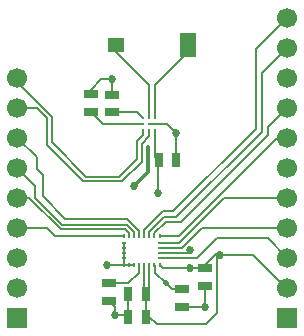
<source format=gbr>
G04 DipTrace 3.0.0.2*
G04 esp32-lighthouse-9dof-single-Top.gbr*
%MOIN*%
G04 #@! TF.FileFunction,Copper,L1,Top*
G04 #@! TF.Part,Single*
G04 #@! TA.AperFunction,Conductor*
%ADD14C,0.006*%
%ADD15C,0.012*%
%ADD17R,0.025X0.045*%
%ADD18R,0.045X0.025*%
G04 #@! TA.AperFunction,ComponentPad*
%ADD19R,0.066929X0.066929*%
%ADD20C,0.066929*%
%ADD23C,0.066929*%
%ADD24R,0.055118X0.07874*%
%ADD25R,0.055118X0.047244*%
%ADD27C,0.007874*%
%ADD29R,0.01378X0.009055*%
%ADD30R,0.009055X0.01378*%
%ADD31C,0.02*%
G04 #@! TA.AperFunction,ViaPad*
%ADD32C,0.027*%
%FSLAX26Y26*%
G04*
G70*
G90*
G75*
G01*
G04 Top*
%LPD*%
X9685Y225630D2*
D14*
Y136260D1*
X20945Y125000D1*
X20000D1*
Y15000D1*
X225000Y-190000D2*
X335000D1*
X450000Y-305000D1*
Y-300000D1*
X225000Y-190000D2*
X220000D1*
X215000Y-185000D1*
X165000Y-235000D1*
X175000D1*
X36024D1*
X24252Y-223228D1*
Y-183465D2*
X116535D1*
X125000Y-175000D1*
Y-235000D2*
X175000D1*
X-26535Y-223228D2*
Y-314409D1*
X-20472Y-320472D1*
Y-395472D2*
Y-320472D1*
Y-395472D2*
X-9528D1*
X15000Y-420000D1*
X180000D1*
X215000Y-385000D1*
Y-190000D1*
X220000D1*
X-9606Y-223228D2*
Y-309606D1*
X-20472Y-320472D1*
X-60394Y-223228D2*
X-94252D1*
Y-149606D2*
Y-188455D1*
Y-223228D1*
X-10000Y245315D2*
X9685D1*
X49685D1*
X80000Y215000D1*
Y125000D1*
Y215000D2*
D3*
X-205000Y345000D2*
Y360000D1*
X-170000Y395000D1*
X-135000D1*
Y344055D2*
Y395000D1*
X175000Y-294055D2*
Y-365000D1*
X100945D1*
X100000Y-364055D1*
X175000Y-365000D2*
D3*
X-125000Y-390000D2*
Y-364055D1*
X-145000Y-344055D1*
X-125000Y-390000D2*
X-85000D1*
X-79528Y-395472D1*
Y-320472D2*
Y-395472D1*
X-94252Y-223228D2*
X-148228D1*
X-150000Y-225000D1*
X-60394Y-223228D2*
X-77323D1*
X-94252Y-200394D2*
Y-223228D1*
Y-183465D2*
Y-188455D1*
Y-183465D2*
Y-166535D1*
Y-149606D1*
X-15000Y170000D2*
D15*
Y85000D1*
X-60000Y40000D1*
X-120079Y510000D2*
D14*
Y485079D1*
X-10000Y375000D1*
Y265000D1*
X120079Y510000D2*
Y485079D1*
X10000Y375000D1*
Y265315D1*
X9685Y265000D1*
X100000Y-305000D2*
X65000D1*
X45000Y-285000D1*
X10000Y-250000D1*
Y-225906D1*
X7323Y-223228D1*
X45000Y-285000D2*
D3*
X-135000Y285000D2*
X-49685D1*
X-29685Y265000D1*
Y225630D2*
Y210315D1*
X-50000Y190000D1*
Y130000D1*
X-110000Y70000D1*
X-220000D1*
X-335000Y185000D1*
Y270000D1*
X-450000Y385000D1*
Y400000D1*
X-10000Y225630D2*
Y205000D1*
X-35000Y180000D1*
Y120000D1*
X-100000Y55000D1*
X-230000D1*
X-350000Y175000D1*
Y265000D1*
X-385000Y300000D1*
X-450000D1*
X-29685Y245315D2*
X-164370D1*
X-205000Y285945D1*
X-94252Y-126772D2*
X-323228D1*
X-350000Y-100000D1*
X-450000D1*
X-77323Y-126772D2*
Y-117677D1*
X-90000Y-105000D1*
X-305000D1*
X-410000Y0D1*
X-450000D1*
X-60394Y-126772D2*
Y-114606D1*
X-85000Y-90000D1*
X-300000D1*
X-390000Y0D1*
Y40000D1*
X-450000Y100000D1*
X-43465Y-126772D2*
Y-111535D1*
X-85000Y-70000D1*
X-290000D1*
X-365000Y5000D1*
Y75000D1*
X-385000Y95000D1*
Y135000D1*
X-450000Y200000D1*
X-26535Y-126772D2*
Y-106535D1*
X35000Y-45000D1*
X70000D1*
X345000Y230000D1*
Y495000D1*
X450000Y600000D1*
X-9606Y-126772D2*
Y-114606D1*
X40000Y-65000D1*
X80000D1*
X365000Y220000D1*
Y415000D1*
X450000Y500000D1*
X7323Y-126772D2*
Y-117677D1*
X45000Y-80000D1*
X95000D1*
X385000Y210000D1*
Y235000D1*
X450000Y300000D1*
X24252Y-126772D2*
X88228D1*
X415000Y200000D1*
X450000D1*
X24252Y-149606D2*
X90394D1*
X240000Y0D1*
X450000D1*
X24252Y-166535D2*
X98465D1*
X165000Y-100000D1*
X450000D1*
X24252Y-200394D2*
X149606D1*
X215000Y-135000D1*
X385000D1*
X450000Y-200000D1*
X-145000Y-285000D2*
X-80000D1*
X-45000Y-250000D1*
Y-224764D1*
X-43465Y-223228D1*
D32*
X20000Y15000D3*
X225000Y-190000D3*
D3*
X125000Y-175000D3*
Y-235000D3*
X80000Y215000D3*
X-135000Y395000D3*
X175000Y-365000D3*
X-125000Y-390000D3*
X-150000Y-225000D3*
X-60000Y40000D3*
D17*
X80000Y125000D3*
X20945D3*
D18*
X-135000Y285000D3*
Y344055D3*
X100000Y-305000D3*
Y-364055D3*
X175000Y-235000D3*
Y-294055D3*
D17*
X-20472Y-320472D3*
X-79528D3*
X-20472Y-395472D3*
X-79528D3*
D18*
X-145000Y-285000D3*
Y-344055D3*
X-205000Y345000D3*
Y285945D3*
D19*
X-450000Y-400000D3*
D23*
Y-300000D3*
Y-200000D3*
Y-100000D3*
Y0D3*
Y100000D3*
Y200000D3*
Y300000D3*
Y400000D3*
D20*
X450000Y600000D3*
D23*
Y500000D3*
Y400000D3*
Y300000D3*
Y200000D3*
Y100000D3*
Y0D3*
Y-100000D3*
Y-200000D3*
Y-300000D3*
D19*
Y-400000D3*
D24*
X120079Y510000D3*
D25*
X-120079D3*
D27*
X-29685Y265000D3*
X-10000D3*
X9685D3*
X-29685Y245315D3*
X-10000D3*
X9685D3*
X-29685Y225630D3*
X-10000D3*
X9685D3*
D29*
X24252Y-200394D3*
Y-183465D3*
Y-166535D3*
Y-149606D3*
D30*
Y-126772D3*
X7323D3*
X-9606D3*
X-26535D3*
X-43465D3*
X-60394D3*
X-77323D3*
X-94252D3*
D29*
Y-149606D3*
Y-166535D3*
Y-183465D3*
Y-200394D3*
D30*
Y-223228D3*
X-77323D3*
X-60394D3*
X-43465D3*
X-26535D3*
X-9606D3*
X7323D3*
X24252D3*
D31*
X45000Y-285000D3*
M02*

</source>
